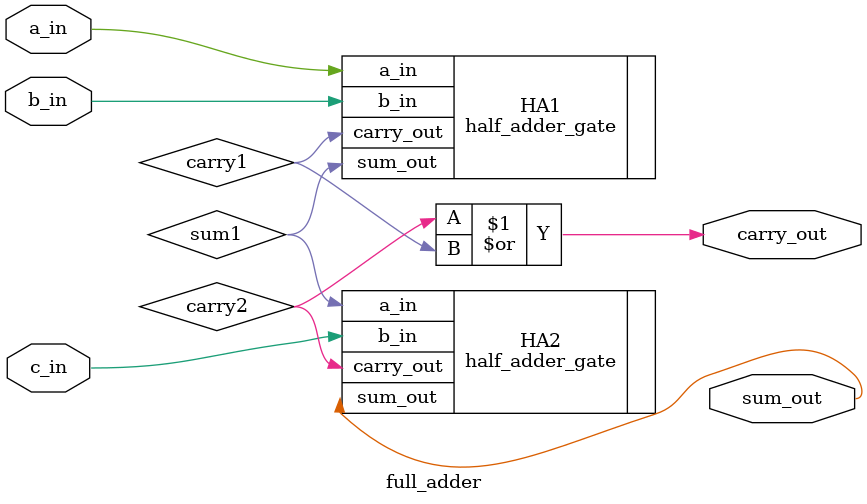
<source format=v>
`timescale 1ns / 1ps

module full_adder(
input a_in,
input b_in,
input c_in,
output carry_out,
output sum_out
    );
    // wire declaration
    wire carry1,carry2,sum1;
    
    half_adder_gate HA1(.a_in(a_in),.b_in(b_in),.carry_out(carry1),.sum_out(sum1));
    half_adder_gate HA2(.a_in(sum1),.b_in(c_in),.carry_out(carry2),.sum_out(sum_out));
    assign carry_out = carry2 | carry1;
    
endmodule
</source>
